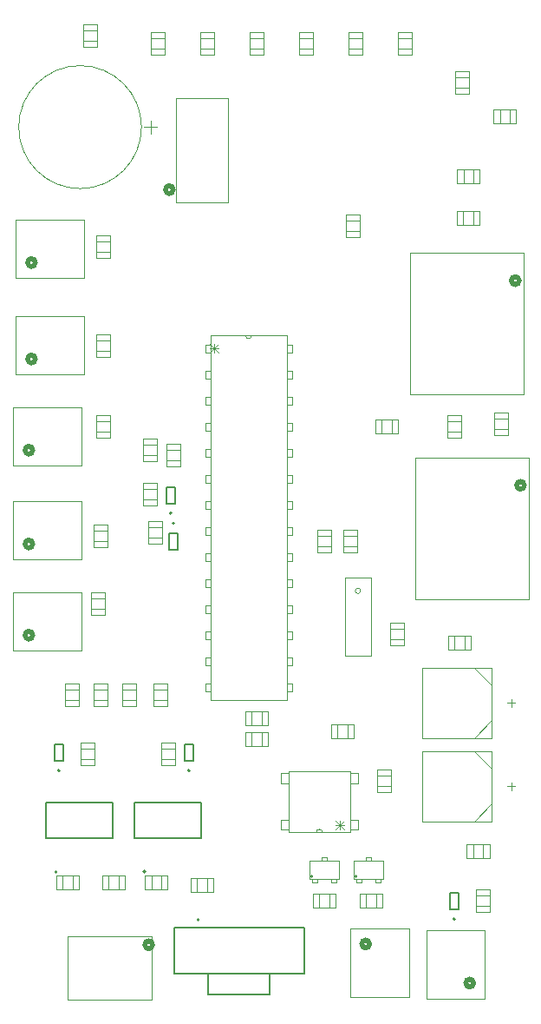
<source format=gbr>
%TF.GenerationSoftware,Altium Limited,Altium Designer,24.10.1 (45)*%
G04 Layer_Color=16711935*
%FSLAX25Y25*%
%MOIN*%
%TF.SameCoordinates,405BA738-95C1-4717-9A2A-605BB7F835F8*%
%TF.FilePolarity,Positive*%
%TF.FileFunction,Other,Mechanical_13*%
%TF.Part,Single*%
G01*
G75*
%TA.AperFunction,NonConductor*%
%ADD42C,0.02000*%
%ADD44C,0.00787*%
%ADD46C,0.00500*%
%ADD49C,0.00300*%
%ADD66C,0.00000*%
%ADD67C,0.00100*%
D42*
X165000Y411000D02*
G03*
X165000Y411000I-1500J0D01*
G01*
X157063Y121177D02*
G03*
X157063Y121177I-1500J0D01*
G01*
X298000Y376071D02*
G03*
X298000Y376071I-1500J0D01*
G01*
X112000Y346000D02*
G03*
X112000Y346000I-1500J0D01*
G01*
X111000Y311000D02*
G03*
X111000Y311000I-1500J0D01*
G01*
X300000Y297535D02*
G03*
X300000Y297535I-1500J0D01*
G01*
X280500Y106500D02*
G03*
X280500Y106500I-1500J0D01*
G01*
X240500Y121500D02*
G03*
X240500Y121500I-1500J0D01*
G01*
X111000Y240000D02*
G03*
X111000Y240000I-1500J0D01*
G01*
Y275000D02*
G03*
X111000Y275000I-1500J0D01*
G01*
X112000Y383000D02*
G03*
X112000Y383000I-1500J0D01*
G01*
D44*
X164394Y286801D02*
G03*
X164394Y286801I-394J0D01*
G01*
X273394Y131051D02*
G03*
X273394Y131051I-394J0D01*
G01*
X154339Y149295D02*
G03*
X154339Y149295I-394J0D01*
G01*
X165394Y282949D02*
G03*
X165394Y282949I-394J0D01*
G01*
X171394Y188051D02*
G03*
X171394Y188051I-394J0D01*
G01*
X120283Y149165D02*
G03*
X120283Y149165I-394J0D01*
G01*
X174898Y130811D02*
G03*
X174898Y130811I-394J0D01*
G01*
X121394Y188051D02*
G03*
X121394Y188051I-394J0D01*
G01*
D46*
X162425Y290600D02*
Y296900D01*
Y290600D02*
X165575D01*
Y296900D01*
X162425D02*
X165575D01*
X271425Y134850D02*
Y141150D01*
Y134850D02*
X274575D01*
Y141150D01*
X271425D02*
X274575D01*
X150205Y162110D02*
Y175890D01*
Y162110D02*
X175795D01*
Y175890D01*
X150205D02*
X175795D01*
X166575Y272850D02*
Y279150D01*
X163425D02*
X166575D01*
X163425Y272850D02*
Y279150D01*
Y272850D02*
X166575D01*
X169425Y191850D02*
Y198150D01*
Y191850D02*
X172575D01*
Y198150D01*
X169425D02*
X172575D01*
X116150Y161980D02*
Y175760D01*
Y161980D02*
X141740D01*
Y175760D01*
X116150D02*
X141740D01*
X165252Y110142D02*
Y127858D01*
Y110142D02*
X178441D01*
X202063D01*
X215252D01*
Y127858D01*
X165252D02*
X215252D01*
X178441Y102268D02*
Y110142D01*
Y102268D02*
X202063D01*
Y110142D01*
X119425Y191850D02*
Y198150D01*
Y191850D02*
X122575D01*
Y198150D01*
X119425D02*
X122575D01*
D49*
X230659Y165335D02*
X227327Y168667D01*
X230659D02*
X227327Y165335D01*
X230659Y167001D02*
X227327D01*
X228993Y168667D02*
Y165335D01*
X179000Y351665D02*
X182332Y348333D01*
X179000D02*
X182332Y351665D01*
X179000Y349999D02*
X182332D01*
X180666Y348333D02*
Y351665D01*
D66*
X152805Y435000D02*
G03*
X152805Y435000I-23600J0D01*
G01*
X237000Y257000D02*
G03*
X237000Y257000I-1000J0D01*
G01*
X222405Y164342D02*
G03*
X220005Y164342I-1200J0D01*
G01*
X218800Y147450D02*
G03*
X218800Y147450I-500J0D01*
G01*
X235800D02*
G03*
X235800Y147450I-500J0D01*
G01*
X192800Y355000D02*
G03*
X195200Y355000I1200J0D01*
G01*
D67*
X185921Y406000D02*
Y446000D01*
X166000D02*
X185921D01*
X166000Y406000D02*
Y446000D01*
Y406000D02*
X185921D01*
X273350Y450050D02*
X278650D01*
X273350Y447650D02*
Y450050D01*
Y447650D02*
X278650D01*
Y450050D01*
X273350Y453950D02*
X278650D01*
Y456350D01*
X273350D02*
X278650D01*
X273350Y453950D02*
Y456350D01*
X278650Y447650D02*
Y456350D01*
X273350D02*
X278650D01*
X273350Y447650D02*
Y456350D01*
Y447650D02*
X278650D01*
X294500Y436350D02*
Y441650D01*
Y436350D02*
X296900D01*
Y441650D01*
X294500D02*
X296900D01*
X290600Y436350D02*
Y441650D01*
X288200D02*
X290600D01*
X288200Y436350D02*
Y441650D01*
Y436350D02*
X290600D01*
X288200Y441650D02*
X296900D01*
X288200Y436350D02*
Y441650D01*
Y436350D02*
X296900D01*
Y441650D01*
X153805Y435000D02*
X158805D01*
X156305Y432500D02*
Y437500D01*
X284200Y154350D02*
Y159650D01*
Y154350D02*
X286600D01*
Y159650D01*
X284200D02*
X286600D01*
X280300Y154350D02*
Y159650D01*
X277900D02*
X280300D01*
X277900Y154350D02*
Y159650D01*
Y154350D02*
X280300D01*
X277900Y159650D02*
X286600D01*
X277900Y154350D02*
Y159650D01*
Y154350D02*
X286600D01*
Y159650D01*
X124413Y100186D02*
X156713D01*
Y124386D01*
X124413D02*
X156713D01*
X124413Y100186D02*
Y124386D01*
X243350Y179650D02*
X248650D01*
X243350D02*
Y188350D01*
X248650D01*
Y179650D02*
Y188350D01*
X243350Y185950D02*
Y188350D01*
X248650D01*
Y185950D02*
Y188350D01*
X243350Y185950D02*
X248650D01*
Y179650D02*
Y182050D01*
X243350Y179650D02*
X248650D01*
X243350D02*
Y182050D01*
X248650D01*
X192650Y205350D02*
Y210650D01*
X201350D01*
Y205350D02*
Y210650D01*
X192650Y205350D02*
X201350D01*
X198950Y210650D02*
X201350D01*
Y205350D02*
Y210650D01*
X198950Y205350D02*
X201350D01*
X198950D02*
Y210650D01*
X192650Y205350D02*
X195050D01*
X192650D02*
Y210650D01*
X195050D01*
Y205350D02*
Y210650D01*
X134350Y273650D02*
X139650D01*
X134350D02*
Y282350D01*
X139650D01*
Y273650D02*
Y282350D01*
X134350Y279950D02*
Y282350D01*
X139650D01*
Y279950D02*
Y282350D01*
X134350Y279950D02*
X139650D01*
Y273650D02*
Y276050D01*
X134350Y273650D02*
X139650D01*
X134350D02*
Y276050D01*
X139650D01*
X281350Y133650D02*
X286650D01*
X281350D02*
Y142350D01*
X286650D01*
Y133650D02*
Y142350D01*
X281350Y139950D02*
Y142350D01*
X286650D01*
Y139950D02*
Y142350D01*
X281350Y139950D02*
X286650D01*
Y133650D02*
Y136050D01*
X281350Y133650D02*
X286650D01*
X281350D02*
Y136050D01*
X286650D01*
X279350Y234350D02*
Y239650D01*
X270650Y234350D02*
X279350D01*
X270650D02*
Y239650D01*
X279350D01*
X270650Y234350D02*
X273050D01*
X270650D02*
Y239650D01*
X273050D01*
Y234350D02*
Y239650D01*
X276950D02*
X279350D01*
Y234350D02*
Y239650D01*
X276950Y234350D02*
X279350D01*
X276950D02*
Y239650D01*
X287400Y200600D02*
Y227400D01*
X260600Y200600D02*
X287400D01*
X260600D02*
Y227400D01*
X287400D01*
X280700D02*
X287400Y220700D01*
X280700Y200600D02*
X287400Y207300D01*
X294950Y212500D02*
Y215500D01*
X293450Y214000D02*
X296450D01*
X287400Y168600D02*
Y195400D01*
X260600Y168600D02*
X287400D01*
X260600D02*
Y195400D01*
X287400D01*
X280700D02*
X287400Y188700D01*
X280700Y168600D02*
X287400Y175300D01*
X294950Y180500D02*
Y183500D01*
X293450Y182000D02*
X296450D01*
X231350Y392650D02*
X236650D01*
X231350D02*
Y401350D01*
X236650D01*
Y392650D02*
Y401350D01*
X231350Y398950D02*
Y401350D01*
X236650D01*
Y398950D02*
Y401350D01*
X231350Y398950D02*
X236650D01*
Y392650D02*
Y395050D01*
X231350Y392650D02*
X236650D01*
X231350D02*
Y395050D01*
X236650D01*
X251350Y317350D02*
Y322650D01*
X242650Y317350D02*
X251350D01*
X242650D02*
Y322650D01*
X251350D01*
X242650Y317350D02*
X245050D01*
X242650D02*
Y322650D01*
X245050D01*
Y317350D02*
Y322650D01*
X248950D02*
X251350D01*
Y317350D02*
Y322650D01*
X248950Y317350D02*
X251350D01*
X248950D02*
Y322650D01*
X156350Y471350D02*
X161650D01*
Y462650D02*
Y471350D01*
X156350Y462650D02*
X161650D01*
X156350D02*
Y471350D01*
X161650Y462650D02*
Y465050D01*
X156350Y462650D02*
X161650D01*
X156350D02*
Y465050D01*
X161650D01*
X156350Y468950D02*
Y471350D01*
X161650D01*
Y468950D02*
Y471350D01*
X156350Y468950D02*
X161650D01*
X175350Y462650D02*
X180650D01*
X175350D02*
Y471350D01*
X180650D01*
Y462650D02*
Y471350D01*
X175350Y468950D02*
Y471350D01*
X180650D01*
Y468950D02*
Y471350D01*
X175350Y468950D02*
X180650D01*
Y462650D02*
Y465050D01*
X175350Y462650D02*
X180650D01*
X175350D02*
Y465050D01*
X180650D01*
X213350Y462650D02*
X218650D01*
X213350D02*
Y471350D01*
X218650D01*
Y462650D02*
Y471350D01*
X213350Y468950D02*
Y471350D01*
X218650D01*
Y468950D02*
Y471350D01*
X213350Y468950D02*
X218650D01*
Y462650D02*
Y465050D01*
X213350Y462650D02*
X218650D01*
X213350D02*
Y465050D01*
X218650D01*
X130350Y474350D02*
X135650D01*
Y465650D02*
Y474350D01*
X130350Y465650D02*
X135650D01*
X130350D02*
Y474350D01*
X135650Y465650D02*
Y468050D01*
X130350Y465650D02*
X135650D01*
X130350D02*
Y468050D01*
X135650D01*
X130350Y471950D02*
Y474350D01*
X135650D01*
Y471950D02*
Y474350D01*
X130350Y471950D02*
X135650D01*
X194350Y462650D02*
X199650D01*
X194350D02*
Y471350D01*
X199650D01*
Y462650D02*
Y471350D01*
X194350Y468950D02*
Y471350D01*
X199650D01*
Y468950D02*
Y471350D01*
X194350Y468950D02*
X199650D01*
Y462650D02*
Y465050D01*
X194350Y462650D02*
X199650D01*
X194350D02*
Y465050D01*
X199650D01*
X256126Y332385D02*
X299626D01*
X256126D02*
Y386685D01*
X299626D01*
Y332385D02*
Y386685D01*
X232350Y462650D02*
X237650D01*
X232350D02*
Y471350D01*
X237650D01*
Y462650D02*
Y471350D01*
X232350Y468950D02*
Y471350D01*
X237650D01*
Y468950D02*
Y471350D01*
X232350Y468950D02*
X237650D01*
Y462650D02*
Y465050D01*
X232350Y462650D02*
X237650D01*
X232350D02*
Y465050D01*
X237650D01*
X251350Y462650D02*
X256650D01*
X251350D02*
Y471350D01*
X256650D01*
Y462650D02*
Y471350D01*
X251350Y468950D02*
Y471350D01*
X256650D01*
Y468950D02*
Y471350D01*
X251350Y468950D02*
X256650D01*
Y462650D02*
Y465050D01*
X251350Y462650D02*
X256650D01*
X251350D02*
Y465050D01*
X256650D01*
X230350Y280350D02*
X235650D01*
Y271650D02*
Y280350D01*
X230350Y271650D02*
X235650D01*
X230350D02*
Y280350D01*
X235650Y271650D02*
Y274050D01*
X230350Y271650D02*
X235650D01*
X230350D02*
Y274050D01*
X235650D01*
X230350Y277950D02*
Y280350D01*
X235650D01*
Y277950D02*
Y280350D01*
X230350Y277950D02*
X235650D01*
X231000Y232000D02*
Y262000D01*
Y232000D02*
X241000D01*
Y262000D01*
X231000D02*
X241000D01*
X162350Y313350D02*
X167650D01*
Y304650D02*
Y313350D01*
X162350Y304650D02*
X167650D01*
X162350D02*
Y313350D01*
X167650Y304650D02*
Y307050D01*
X162350Y304650D02*
X167650D01*
X162350D02*
Y307050D01*
X167650D01*
X162350Y310950D02*
Y313350D01*
X167650D01*
Y310950D02*
Y313350D01*
X162350Y310950D02*
X167650D01*
X153350Y315350D02*
X158650D01*
Y306650D02*
Y315350D01*
X153350Y306650D02*
X158650D01*
X153350D02*
Y315350D01*
X158650Y306650D02*
Y309050D01*
X153350Y306650D02*
X158650D01*
X153350D02*
Y309050D01*
X158650D01*
X153350Y312950D02*
Y315350D01*
X158650D01*
Y312950D02*
Y315350D01*
X153350Y312950D02*
X158650D01*
X133350Y247650D02*
X138650D01*
X133350D02*
Y256350D01*
X138650D01*
Y247650D02*
Y256350D01*
X133350Y253950D02*
Y256350D01*
X138650D01*
Y253950D02*
Y256350D01*
X133350Y253950D02*
X138650D01*
Y247650D02*
Y250050D01*
X133350Y247650D02*
X138650D01*
X133350D02*
Y250050D01*
X138650D01*
X135350Y315650D02*
X140650D01*
X135350D02*
Y324350D01*
X140650D01*
Y315650D02*
Y324350D01*
X135350Y321950D02*
Y324350D01*
X140650D01*
Y321950D02*
Y324350D01*
X135350Y321950D02*
X140650D01*
Y315650D02*
Y318050D01*
X135350Y315650D02*
X140650D01*
X135350D02*
Y318050D01*
X140650D01*
X153350Y289650D02*
X158650D01*
X153350D02*
Y298350D01*
X158650D01*
Y289650D02*
Y298350D01*
X153350Y295950D02*
Y298350D01*
X158650D01*
Y295950D02*
Y298350D01*
X153350Y295950D02*
X158650D01*
Y289650D02*
Y292050D01*
X153350Y289650D02*
X158650D01*
X153350D02*
Y292050D01*
X158650D01*
X155350Y283800D02*
X160650D01*
Y275100D02*
Y283800D01*
X155350Y275100D02*
X160650D01*
X155350D02*
Y283800D01*
X160650Y275100D02*
Y277500D01*
X155350Y275100D02*
X160650D01*
X155350D02*
Y277500D01*
X160650D01*
X155350Y281400D02*
Y283800D01*
X160650D01*
Y281400D02*
Y283800D01*
X155350Y281400D02*
X160650D01*
X135350Y346650D02*
X140650D01*
X135350D02*
Y355350D01*
X140650D01*
Y346650D02*
Y355350D01*
X135350Y352950D02*
Y355350D01*
X140650D01*
Y352950D02*
Y355350D01*
X135350Y352950D02*
X140650D01*
Y346650D02*
Y349050D01*
X135350Y346650D02*
X140650D01*
X135350D02*
Y349050D01*
X140650D01*
X104417Y340194D02*
X130817D01*
X104417D02*
Y362594D01*
X130817D01*
Y340194D02*
Y362594D01*
X145350Y212650D02*
X150650D01*
X145350D02*
Y221350D01*
X150650D01*
Y212650D02*
Y221350D01*
X145350Y218950D02*
Y221350D01*
X150650D01*
Y218950D02*
Y221350D01*
X145350Y218950D02*
X150650D01*
Y212650D02*
Y215050D01*
X145350Y212650D02*
X150650D01*
X145350D02*
Y215050D01*
X150650D01*
X157350Y221350D02*
X162650D01*
Y212650D02*
Y221350D01*
X157350Y212650D02*
X162650D01*
X157350D02*
Y221350D01*
X162650Y212650D02*
Y215050D01*
X157350Y212650D02*
X162650D01*
X157350D02*
Y215050D01*
X162650D01*
X157350Y218950D02*
Y221350D01*
X162650D01*
Y218950D02*
Y221350D01*
X157350Y218950D02*
X162650D01*
X134350Y212650D02*
X139650D01*
X134350D02*
Y221350D01*
X139650D01*
Y212650D02*
Y221350D01*
X134350Y218950D02*
Y221350D01*
X139650D01*
Y218950D02*
Y221350D01*
X134350Y218950D02*
X139650D01*
Y212650D02*
Y215050D01*
X134350Y212650D02*
X139650D01*
X134350D02*
Y215050D01*
X139650D01*
X123350Y212650D02*
X128650D01*
X123350D02*
Y221350D01*
X128650D01*
Y212650D02*
Y221350D01*
X123350Y218950D02*
Y221350D01*
X128650D01*
Y218950D02*
Y221350D01*
X123350Y218950D02*
X128650D01*
Y212650D02*
Y215050D01*
X123350Y212650D02*
X128650D01*
X123350D02*
Y215050D01*
X128650D01*
X103417Y305194D02*
X129817D01*
X103417D02*
Y327594D01*
X129817D01*
Y305194D02*
Y327594D01*
X288350Y316650D02*
X293650D01*
X288350D02*
Y325350D01*
X293650D01*
Y316650D02*
Y325350D01*
X288350Y322950D02*
Y325350D01*
X293650D01*
Y322950D02*
Y325350D01*
X288350Y322950D02*
X293650D01*
Y316650D02*
Y319050D01*
X288350Y316650D02*
X293650D01*
X288350D02*
Y319050D01*
X293650D01*
X270350Y315650D02*
X275650D01*
X270350D02*
Y324350D01*
X275650D01*
Y315650D02*
Y324350D01*
X270350Y321950D02*
Y324350D01*
X275650D01*
Y321950D02*
Y324350D01*
X270350Y321950D02*
X275650D01*
Y315650D02*
Y318050D01*
X270350Y315650D02*
X275650D01*
X270350D02*
Y318050D01*
X275650D01*
X233005Y165333D02*
Y169234D01*
Y165333D02*
X235950D01*
Y169234D01*
X233005D02*
X235950D01*
X233005Y183050D02*
Y186950D01*
Y183050D02*
X235950D01*
Y186950D01*
X233005D02*
X235950D01*
X209405Y183050D02*
Y186950D01*
X206459D02*
X209405D01*
X206459Y183050D02*
Y186950D01*
Y183050D02*
X209405D01*
Y165333D02*
Y169234D01*
X206459D02*
X209405D01*
X206459Y165333D02*
Y169234D01*
Y165333D02*
X209405D01*
Y187942D02*
X233005D01*
X209405Y164342D02*
Y187942D01*
Y164342D02*
X233005D01*
Y187942D01*
X201350Y197350D02*
Y202650D01*
X192650Y197350D02*
X201350D01*
X192650D02*
Y202650D01*
X201350D01*
X192650Y197350D02*
X195050D01*
X192650D02*
Y202650D01*
X195050D01*
Y197350D02*
Y202650D01*
X198950D02*
X201350D01*
Y197350D02*
Y202650D01*
X198950Y197350D02*
X201350D01*
X198950D02*
Y202650D01*
X129350Y190200D02*
X134650D01*
X129350D02*
Y198900D01*
X134650D01*
Y190200D02*
Y198900D01*
X129350Y196500D02*
Y198900D01*
X134650D01*
Y196500D02*
Y198900D01*
X129350Y196500D02*
X134650D01*
Y190200D02*
Y192600D01*
X129350Y190200D02*
X134650D01*
X129350D02*
Y192600D01*
X134650D01*
X217300Y146450D02*
Y153550D01*
X228700D01*
Y146450D02*
Y153550D01*
X217300Y146450D02*
X228700D01*
X222000Y153550D02*
Y154900D01*
X224000D01*
Y153550D02*
Y154900D01*
X222000Y153550D02*
X224000D01*
X227740Y145100D02*
Y146450D01*
X225740Y145100D02*
X227740D01*
X225740D02*
Y146450D01*
X227740D01*
X220260Y145100D02*
Y146450D01*
X218260Y145100D02*
X220260D01*
X218260D02*
Y146450D01*
X220260D01*
X234300D02*
Y153550D01*
X245700D01*
Y146450D02*
Y153550D01*
X234300Y146450D02*
X245700D01*
X239000Y153550D02*
Y154900D01*
X241000D01*
Y153550D02*
Y154900D01*
X239000Y153550D02*
X241000D01*
X244740Y145100D02*
Y146450D01*
X242740Y145100D02*
X244740D01*
X242740D02*
Y146450D01*
X244740D01*
X237260Y145100D02*
Y146450D01*
X235260Y145100D02*
X237260D01*
X235260D02*
Y146450D01*
X237260D01*
X282800Y397350D02*
Y402650D01*
X274100Y397350D02*
X282800D01*
X274100D02*
Y402650D01*
X282800D01*
X274100Y397350D02*
X276500D01*
X274100D02*
Y402650D01*
X276500D01*
Y397350D02*
Y402650D01*
X280400D02*
X282800D01*
Y397350D02*
Y402650D01*
X280400Y397350D02*
X282800D01*
X280400D02*
Y402650D01*
X274200Y413350D02*
Y418650D01*
X282900D01*
Y413350D02*
Y418650D01*
X274200Y413350D02*
X282900D01*
X280500Y418650D02*
X282900D01*
Y413350D02*
Y418650D01*
X280500Y413350D02*
X282900D01*
X280500D02*
Y418650D01*
X274200Y413350D02*
X276600D01*
X274200D02*
Y418650D01*
X276600D01*
Y413350D02*
Y418650D01*
X258126Y253850D02*
X301626D01*
X258126D02*
Y308150D01*
X301626D01*
Y253850D02*
Y308150D01*
X248350Y236200D02*
X253650D01*
X248350D02*
Y244900D01*
X253650D01*
Y236200D02*
Y244900D01*
X248350Y242500D02*
Y244900D01*
X253650D01*
Y242500D02*
Y244900D01*
X248350Y242500D02*
X253650D01*
Y236200D02*
Y238600D01*
X248350Y236200D02*
X253650D01*
X248350D02*
Y238600D01*
X253650D01*
X220350Y280350D02*
X225650D01*
Y271650D02*
Y280350D01*
X220350Y271650D02*
X225650D01*
X220350D02*
Y280350D01*
X225650Y271650D02*
Y274050D01*
X220350Y271650D02*
X225650D01*
X220350D02*
Y274050D01*
X225650D01*
X220350Y277950D02*
Y280350D01*
X225650D01*
Y277950D02*
Y280350D01*
X220350Y277950D02*
X225650D01*
X284806Y100417D02*
Y126817D01*
X262406Y100417D02*
X284806D01*
X262406D02*
Y126817D01*
X284806D01*
X233194Y101183D02*
Y127583D01*
X255594D01*
Y101183D02*
Y127583D01*
X233194Y101183D02*
X255594D01*
X103417Y234194D02*
X129817D01*
X103417D02*
Y256594D01*
X129817D01*
Y234194D02*
Y256594D01*
X103417Y269194D02*
X129817D01*
X103417D02*
Y291594D01*
X129817D01*
Y269194D02*
Y291594D01*
X245350Y135350D02*
Y140650D01*
X236650Y135350D02*
X245350D01*
X236650D02*
Y140650D01*
X245350D01*
X236650Y135350D02*
X239050D01*
X236650D02*
Y140650D01*
X239050D01*
Y135350D02*
Y140650D01*
X242950D02*
X245350D01*
Y135350D02*
Y140650D01*
X242950Y135350D02*
X245350D01*
X242950D02*
Y140650D01*
X227350Y135350D02*
Y140650D01*
X218650Y135350D02*
X227350D01*
X218650D02*
Y140650D01*
X227350D01*
X218650Y135350D02*
X221050D01*
X218650D02*
Y140650D01*
X221050D01*
Y135350D02*
Y140650D01*
X224950D02*
X227350D01*
Y135350D02*
Y140650D01*
X224950Y135350D02*
X227350D01*
X224950D02*
Y140650D01*
X146350Y142350D02*
Y147650D01*
X137650Y142350D02*
X146350D01*
X137650D02*
Y147650D01*
X146350D01*
X137650Y142350D02*
X140050D01*
X137650D02*
Y147650D01*
X140050D01*
Y142350D02*
Y147650D01*
X143950D02*
X146350D01*
Y142350D02*
Y147650D01*
X143950Y142350D02*
X146350D01*
X143950D02*
Y147650D01*
X180350Y141350D02*
Y146650D01*
X171650Y141350D02*
X180350D01*
X171650D02*
Y146650D01*
X180350D01*
X171650Y141350D02*
X174050D01*
X171650D02*
Y146650D01*
X174050D01*
Y141350D02*
Y146650D01*
X177950D02*
X180350D01*
Y141350D02*
Y146650D01*
X177950Y141350D02*
X180350D01*
X177950D02*
Y146650D01*
X160350Y190100D02*
X165650D01*
X160350D02*
Y198800D01*
X165650D01*
Y190100D02*
Y198800D01*
X160350Y196400D02*
Y198800D01*
X165650D01*
Y196400D02*
Y198800D01*
X160350Y196400D02*
X165650D01*
Y190100D02*
Y192500D01*
X160350Y190100D02*
X165650D01*
X160350D02*
Y192500D01*
X165650D01*
X154200Y142350D02*
Y147650D01*
X162900D01*
Y142350D02*
Y147650D01*
X154200Y142350D02*
X162900D01*
X160500Y147650D02*
X162900D01*
Y142350D02*
Y147650D01*
X160500Y142350D02*
X162900D01*
X160500D02*
Y147650D01*
X154200Y142350D02*
X156600D01*
X154200D02*
Y147650D01*
X156600D01*
Y142350D02*
Y147650D01*
X120100Y142350D02*
Y147650D01*
X128800D01*
Y142350D02*
Y147650D01*
X120100Y142350D02*
X128800D01*
X126400Y147650D02*
X128800D01*
Y142350D02*
Y147650D01*
X126400Y142350D02*
X128800D01*
X126400D02*
Y147650D01*
X120100Y142350D02*
X122500D01*
X120100D02*
Y147650D01*
X122500D01*
Y142350D02*
Y147650D01*
X104417Y377194D02*
X130817D01*
X104417D02*
Y399594D01*
X130817D01*
Y377194D02*
Y399594D01*
X179250Y348400D02*
Y351600D01*
X177400D02*
X179250D01*
X177400Y348400D02*
Y351600D01*
Y348400D02*
X179250D01*
Y338400D02*
Y341600D01*
X177400D02*
X179250D01*
X177400Y338400D02*
Y341600D01*
Y338400D02*
X179250D01*
Y328400D02*
Y331600D01*
X177400D02*
X179250D01*
X177400Y328400D02*
Y331600D01*
Y328400D02*
X179250D01*
Y318400D02*
Y321600D01*
X177400D02*
X179250D01*
X177400Y318400D02*
Y321600D01*
Y318400D02*
X179250D01*
Y308400D02*
Y311600D01*
X177400D02*
X179250D01*
X177400Y308400D02*
Y311600D01*
Y308400D02*
X179250D01*
Y298400D02*
Y301600D01*
X177400D02*
X179250D01*
X177400Y298400D02*
Y301600D01*
Y298400D02*
X179250D01*
Y288400D02*
Y291600D01*
X177400D02*
X179250D01*
X177400Y288400D02*
Y291600D01*
Y288400D02*
X179250D01*
Y278400D02*
Y281600D01*
X177400D02*
X179250D01*
X177400Y278400D02*
Y281600D01*
Y278400D02*
X179250D01*
Y268400D02*
Y271600D01*
X177400D02*
X179250D01*
X177400Y268400D02*
Y271600D01*
Y268400D02*
X179250D01*
Y258400D02*
Y261600D01*
X177400D02*
X179250D01*
X177400Y258400D02*
Y261600D01*
Y258400D02*
X179250D01*
Y248400D02*
Y251600D01*
X177400D02*
X179250D01*
X177400Y248400D02*
Y251600D01*
Y248400D02*
X179250D01*
Y238400D02*
Y241600D01*
X177400D02*
X179250D01*
X177400Y238400D02*
Y241600D01*
Y238400D02*
X179250D01*
Y228400D02*
Y231600D01*
X177400D02*
X179250D01*
X177400Y228400D02*
Y231600D01*
Y228400D02*
X179250D01*
Y218400D02*
Y221600D01*
X177400D02*
X179250D01*
X177400Y218400D02*
Y221600D01*
Y218400D02*
X179250D01*
X208750D02*
Y221600D01*
Y218400D02*
X210600D01*
Y221600D01*
X208750D02*
X210600D01*
X208750Y228400D02*
Y231600D01*
Y228400D02*
X210600D01*
Y231600D01*
X208750D02*
X210600D01*
X208750Y238400D02*
Y241600D01*
Y238400D02*
X210600D01*
Y241600D01*
X208750D02*
X210600D01*
X208750Y248400D02*
Y251600D01*
Y248400D02*
X210600D01*
Y251600D01*
X208750D02*
X210600D01*
X208750Y258400D02*
Y261600D01*
Y258400D02*
X210600D01*
Y261600D01*
X208750D02*
X210600D01*
X208750Y268400D02*
Y271600D01*
Y268400D02*
X210600D01*
Y271600D01*
X208750D02*
X210600D01*
X208750Y278400D02*
Y281600D01*
Y278400D02*
X210600D01*
Y281600D01*
X208750D02*
X210600D01*
X208750Y288400D02*
Y291600D01*
Y288400D02*
X210600D01*
Y291600D01*
X208750D02*
X210600D01*
X208750Y298400D02*
Y301600D01*
Y298400D02*
X210600D01*
Y301600D01*
X208750D02*
X210600D01*
X208750Y308400D02*
Y311600D01*
Y308400D02*
X210600D01*
Y311600D01*
X208750D02*
X210600D01*
X208750Y318400D02*
Y321600D01*
Y318400D02*
X210600D01*
Y321600D01*
X208750D02*
X210600D01*
X208750Y328400D02*
Y331600D01*
Y328400D02*
X210600D01*
Y331600D01*
X208750D02*
X210600D01*
X208750Y338400D02*
Y341600D01*
Y338400D02*
X210600D01*
Y341600D01*
X208750D02*
X210600D01*
X208750Y348400D02*
Y351600D01*
Y348400D02*
X210600D01*
Y351600D01*
X208750D02*
X210600D01*
X179250Y215000D02*
X208750D01*
Y355000D01*
X179250D02*
X208750D01*
X179250Y215000D02*
Y355000D01*
X234350Y200350D02*
Y205650D01*
X225650Y200350D02*
X234350D01*
X225650D02*
Y205650D01*
X234350D01*
X225650Y200350D02*
X228050D01*
X225650D02*
Y205650D01*
X228050D01*
Y200350D02*
Y205650D01*
X231950D02*
X234350D01*
Y200350D02*
Y205650D01*
X231950Y200350D02*
X234350D01*
X231950D02*
Y205650D01*
X135350Y384650D02*
X140650D01*
X135350D02*
Y393350D01*
X140650D01*
Y384650D02*
Y393350D01*
X135350Y390950D02*
Y393350D01*
X140650D01*
Y390950D02*
Y393350D01*
X135350Y390950D02*
X140650D01*
Y384650D02*
Y387050D01*
X135350Y384650D02*
X140650D01*
X135350D02*
Y387050D01*
X140650D01*
%TF.MD5,4e02e454ca2fcdf76573abf82ed2cfbb*%
M02*

</source>
